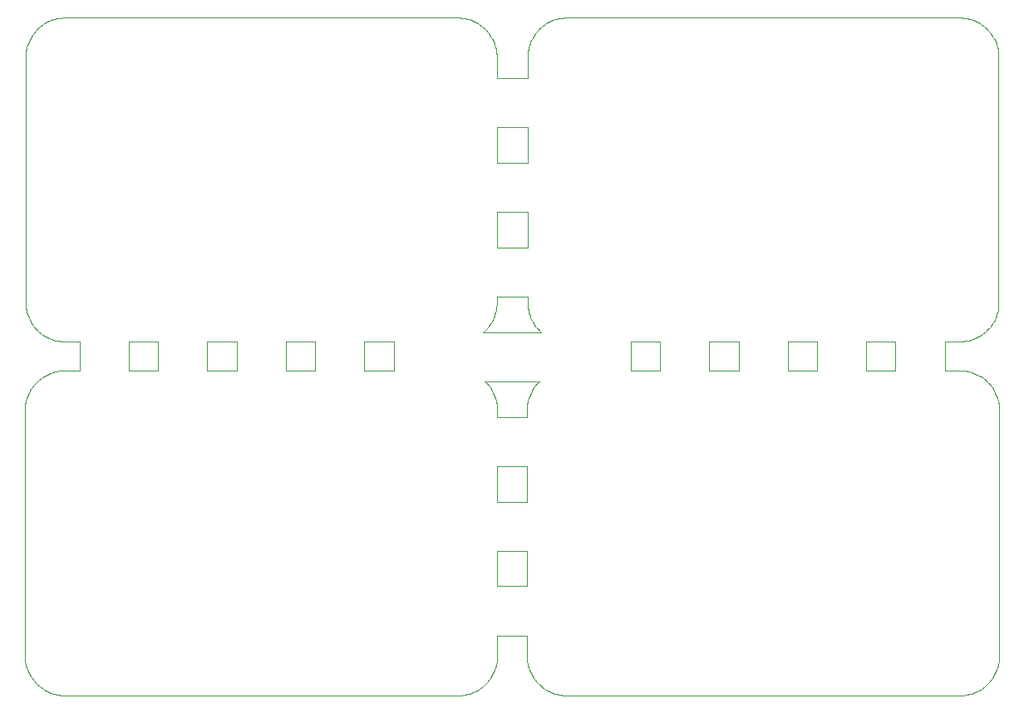
<source format=gbr>
%TF.GenerationSoftware,KiCad,Pcbnew,7.0.10*%
%TF.CreationDate,2024-03-02T22:01:54+01:00*%
%TF.ProjectId,explorer-panel_panelized,6578706c-6f72-4657-922d-70616e656c5f,rev?*%
%TF.SameCoordinates,Original*%
%TF.FileFunction,Profile,NP*%
%FSLAX46Y46*%
G04 Gerber Fmt 4.6, Leading zero omitted, Abs format (unit mm)*
G04 Created by KiCad (PCBNEW 7.0.10) date 2024-03-02 22:01:54*
%MOMM*%
%LPD*%
G01*
G04 APERTURE LIST*
%TA.AperFunction,Profile*%
%ADD10C,0.100000*%
%TD*%
G04 APERTURE END LIST*
D10*
X99008557Y-2802547D02*
X98943008Y-2610778D01*
X47655218Y-2238423D02*
X47561386Y-2058792D01*
X49628000Y-40665000D02*
X48128000Y-40665000D01*
X47009557Y-67799961D02*
X47147593Y-67647177D01*
X48128000Y-54298000D02*
X49628000Y-54298000D01*
X99003024Y-38588551D02*
X98926644Y-38397337D01*
X728417Y-37678365D02*
X615109Y-37850290D01*
X3861403Y-5133D02*
X3659326Y-20522D01*
X54989403Y-5133D02*
X54787326Y-20522D01*
X48064000Y-19766000D02*
X49628000Y-19766000D01*
X99008557Y-30197452D02*
X99064308Y-30002610D01*
X53402238Y-68648677D02*
X53589337Y-68734644D01*
X99171477Y-3595326D02*
X99145873Y-3394288D01*
X96981761Y-68648677D02*
X97164267Y-68553344D01*
X99069621Y-38783388D02*
X99003024Y-38588551D01*
X1458510Y-32035032D02*
X1615576Y-32163102D01*
X850287Y-37512401D02*
X728417Y-37678365D01*
X29564000Y-35936000D02*
X26564000Y-35936000D01*
X186378Y-38783388D02*
X129734Y-38981348D01*
X44269838Y-69058783D02*
X44475148Y-69043148D01*
X13564000Y-33000000D02*
X13564000Y-35936000D01*
X95397838Y-69058783D02*
X95603148Y-69043148D01*
X97307856Y-605422D02*
X97133207Y-502613D01*
X99069621Y-66216611D02*
X99126265Y-66018651D01*
X47875024Y-38588551D02*
X47798644Y-38397337D01*
X99186866Y-3797403D02*
X99171477Y-3595326D01*
X4064000Y-35936000D02*
X3858161Y-35941216D01*
X45666662Y-68734644D02*
X45853761Y-68648677D01*
X1742365Y-36664417D02*
X1576401Y-36786287D01*
X53430423Y-408781D02*
X53250792Y-502613D01*
X99110119Y-3194805D02*
X99064308Y-2997389D01*
X49628000Y-62931000D02*
X51128000Y-62931000D01*
X48044809Y-39181922D02*
X47998265Y-38981348D01*
X48128000Y-40665000D02*
X48128000Y-40000000D01*
X3458288Y-32953873D02*
X3659326Y-32979477D01*
X51197133Y-3797403D02*
X51192000Y-4000000D01*
X52436132Y-31899171D02*
X52583154Y-32032000D01*
X52246442Y-67799961D02*
X52392038Y-67945557D01*
X3258805Y-32918119D02*
X3458288Y-32953873D01*
X99235148Y-65411148D02*
X99250783Y-65205838D01*
X98137557Y-37200038D02*
X97991961Y-37054442D01*
X5216Y-39794161D02*
X0Y-40000000D01*
X669422Y-1884143D02*
X566613Y-2058792D01*
X46672844Y-32032000D02*
X46672844Y-32032000D01*
X53250792Y-502613D02*
X53076143Y-605422D01*
X900897Y-31448423D02*
X1028967Y-31605489D01*
X129734Y-38981348D02*
X83190Y-39181922D01*
X98275593Y-67647177D02*
X98405712Y-67487598D01*
X98475053Y-1714927D02*
X98355102Y-1551576D01*
X1615576Y-836897D02*
X1458510Y-964967D01*
X52292828Y-31755867D02*
X52436132Y-31899171D01*
X99064308Y-30002610D02*
X99110119Y-29805194D01*
X46213709Y-68448890D02*
X46385634Y-68335582D01*
X98867831Y-2422576D02*
X98783218Y-2238423D01*
X96389452Y-32816557D02*
X96581221Y-32751008D01*
X2274238Y-68648677D02*
X2461337Y-68734644D01*
X99172809Y-65818077D02*
X99209135Y-65615402D01*
X48064000Y-28399000D02*
X49628000Y-28399000D01*
X51128000Y-65000000D02*
X51133216Y-65205838D01*
X47227102Y-1551576D02*
X47099032Y-1394510D01*
X48128000Y-65000000D02*
X48128000Y-62931000D01*
X46385634Y-68335582D02*
X46551598Y-68213712D01*
X53042290Y-68448890D02*
X53219732Y-68553344D01*
X48044809Y-65818077D02*
X48081135Y-65615402D01*
X93692000Y-35936000D02*
X93692000Y-33000000D01*
X97947867Y-31899171D02*
X98091171Y-31755867D01*
X20851Y-39588851D02*
X5216Y-39794161D01*
X1948143Y-605422D02*
X1778927Y-716946D01*
X99126265Y-38981348D02*
X99069621Y-38783388D01*
X18564000Y-33000000D02*
X21564000Y-33000000D01*
X47815008Y-30389221D02*
X47880557Y-30197452D01*
X45453221Y-248991D02*
X45261452Y-183442D01*
X47227102Y-31448423D02*
X47347053Y-31285072D01*
X3458288Y-46126D02*
X3258805Y-81880D01*
X34564000Y-35936000D02*
X34564000Y-33000000D01*
X47347053Y-1714927D02*
X47227102Y-1551576D01*
X47739831Y-30577423D02*
X47815008Y-30389221D01*
X52416877Y-37032000D02*
X52392038Y-37054442D01*
X48128000Y-40665000D02*
X48128000Y-40665000D01*
X96953576Y-408781D02*
X96769423Y-324168D01*
X98091171Y-31755867D02*
X98227032Y-31605489D01*
X53614576Y-324168D02*
X53430423Y-408781D01*
X54586288Y-46126D02*
X54386805Y-81880D01*
X96769423Y-32675831D02*
X96953576Y-32591218D01*
X52436132Y-1100828D02*
X52292828Y-1244132D01*
X98689386Y-30941207D02*
X98783218Y-30761576D01*
X96794662Y-36265355D02*
X96603448Y-36188975D01*
X415322Y-38210238D02*
X329355Y-38397337D01*
X96194610Y-32872308D02*
X96389452Y-32816557D01*
X3652851Y-35956851D02*
X3448597Y-35982864D01*
X2302423Y-32591218D02*
X2486576Y-32675831D01*
X54373922Y-68980809D02*
X54576597Y-69017135D01*
X329355Y-66602662D02*
X415322Y-66789761D01*
X47099032Y-1394510D02*
X46963171Y-1244132D01*
X1118442Y-67799961D02*
X1264038Y-67945557D01*
X2274238Y-36351322D02*
X2091732Y-36446655D01*
X3045348Y-36065734D02*
X2847388Y-36122378D01*
X44468673Y-20522D02*
X44266596Y-5133D01*
X98745344Y-66972267D02*
X98840677Y-66789761D01*
X51128000Y-40000000D02*
X51128000Y-40665000D01*
X98640890Y-37850290D02*
X98527582Y-37678365D01*
X47617344Y-38027732D02*
X47512890Y-37850290D01*
X47399582Y-67321634D02*
X47512890Y-67149709D01*
X95603148Y-35956851D02*
X95397838Y-35941216D01*
X99110119Y-29805194D02*
X99145873Y-29605711D01*
X2461337Y-68734644D02*
X2652551Y-68811024D01*
X29564000Y-33000000D02*
X29564000Y-35936000D01*
X110126Y-29605711D02*
X145880Y-29805194D01*
X61692000Y-35936000D02*
X61692000Y-33000000D01*
X98586577Y-1884143D02*
X98475053Y-1714927D01*
X2122792Y-32497386D02*
X2302423Y-32591218D01*
X3045348Y-68934265D02*
X3245922Y-68980809D01*
X97679598Y-36786287D02*
X97513634Y-36664417D01*
X99145873Y-3394288D02*
X99110119Y-3194805D01*
X85692000Y-35936000D02*
X85692000Y-33000000D01*
X51457355Y-66602662D02*
X51543322Y-66789761D01*
X669422Y-31115856D02*
X780946Y-31285072D01*
X95394596Y-32994866D02*
X95596673Y-32979477D01*
X51211190Y-65818077D02*
X51257734Y-66018651D01*
X47712677Y-38210238D02*
X47617344Y-38027732D01*
X51638655Y-38027732D02*
X51543322Y-38210238D01*
X47277712Y-67487598D02*
X47399582Y-67321634D01*
X52108406Y-67647177D02*
X52246442Y-67799961D01*
X3061389Y-32872308D02*
X3258805Y-32918119D01*
X51743109Y-67149709D02*
X51856417Y-67321634D01*
X97797489Y-32035032D02*
X97947867Y-31899171D01*
X51375442Y-30197452D02*
X51440991Y-30389221D01*
X95596673Y-20522D02*
X95394596Y-5133D01*
X145880Y-3194805D02*
X110126Y-3394288D01*
X388168Y-30577423D02*
X472781Y-30761576D01*
X47561386Y-2058792D02*
X47458577Y-1884143D01*
X54576597Y-69017135D02*
X54780851Y-69043148D01*
X46711177Y-68083593D02*
X46863961Y-67945557D01*
X44475148Y-69043148D02*
X44679402Y-69017135D01*
X52028897Y-1551576D02*
X51908946Y-1714927D01*
X97164267Y-36446655D02*
X96981761Y-36351322D01*
X4064000Y-33000000D02*
X5564000Y-33000000D01*
X48128000Y-62931000D02*
X49628000Y-62931000D01*
X1742365Y-68335582D02*
X1914290Y-68448890D01*
X29564000Y-33000000D02*
X29564000Y-33000000D01*
X45641423Y-324168D02*
X45453221Y-248991D01*
X47655218Y-30761576D02*
X47739831Y-30577423D01*
X80692000Y-35936000D02*
X77692000Y-35936000D01*
X51856417Y-67321634D02*
X51978287Y-67487598D01*
X96210651Y-68934265D02*
X96408611Y-68877621D01*
X72692000Y-33000000D02*
X72692000Y-35936000D01*
X48043477Y-3595326D02*
X48017873Y-3394288D01*
X45853761Y-68648677D02*
X46036267Y-68553344D01*
X51273880Y-3194805D02*
X51238126Y-3394288D01*
X98405712Y-37512401D02*
X98275593Y-37352822D01*
X47739831Y-2422576D02*
X47655218Y-2238423D01*
X3448597Y-69017135D02*
X3652851Y-69043148D01*
X95997194Y-81880D02*
X95797711Y-46126D01*
X98586577Y-31115856D02*
X98689386Y-30941207D01*
X1778927Y-32283053D02*
X1948143Y-32394577D01*
X47880557Y-30197452D02*
X47936308Y-30002610D01*
X51212522Y-3595326D02*
X51197133Y-3797403D01*
X191691Y-30002610D02*
X247442Y-30197452D01*
X0Y-65000000D02*
X5216Y-65205838D01*
X49628000Y-19766000D02*
X51192000Y-19766000D01*
X98783218Y-2238423D02*
X98689386Y-2058792D01*
X51192000Y-29000000D02*
X51197133Y-29202596D01*
X37564000Y-33000000D02*
X37564000Y-33000000D01*
X64000Y-29000000D02*
X69133Y-29202596D01*
X46863961Y-67945557D02*
X47009557Y-67799961D01*
X47982119Y-29805194D02*
X48017873Y-29605711D01*
X51128000Y-49298000D02*
X49628000Y-49298000D01*
X21564000Y-33000000D02*
X21564000Y-35936000D01*
X51257734Y-38981348D02*
X51211190Y-39181922D01*
X61692000Y-33000000D02*
X64692000Y-33000000D01*
X97839177Y-68083593D02*
X97991961Y-67945557D01*
X96210651Y-36065734D02*
X96010077Y-36019190D01*
X51273880Y-29805194D02*
X51319691Y-30002610D01*
X96010077Y-68980809D02*
X96210651Y-68934265D01*
X96603448Y-68811024D02*
X96794662Y-68734644D01*
X566613Y-2058792D02*
X472781Y-2238423D01*
X85692000Y-33000000D02*
X88692000Y-33000000D01*
X48128000Y-49298000D02*
X48128000Y-49298000D01*
X51192000Y-11133000D02*
X51192000Y-14766000D01*
X97133207Y-502613D02*
X96953576Y-408781D01*
X64692000Y-35936000D02*
X61692000Y-35936000D01*
X48064000Y-23399000D02*
X48064000Y-23399000D01*
X46819867Y-1100828D02*
X46669489Y-964967D01*
X52392038Y-37054442D02*
X52246442Y-37200038D01*
X84522Y-29404673D02*
X110126Y-29605711D01*
X48064000Y-23399000D02*
X48064000Y-19766000D01*
X47347053Y-31285072D02*
X47458577Y-31115856D01*
X48064000Y-29000000D02*
X48064000Y-28399000D01*
X51440991Y-2610778D02*
X51375442Y-2802547D01*
X88692000Y-35936000D02*
X85692000Y-35936000D01*
X1778927Y-716946D02*
X1615576Y-836897D01*
X46551598Y-68213712D02*
X46711177Y-68083593D01*
X615109Y-37850290D02*
X510655Y-38027732D01*
X4064000Y-69064000D02*
X44064000Y-69064000D01*
X3448597Y-35982864D02*
X3245922Y-36019190D01*
X54189389Y-127691D02*
X53994547Y-183442D01*
X47875024Y-66411448D02*
X47941621Y-66216611D01*
X52156967Y-31605489D02*
X52292828Y-31755867D01*
X44266596Y-5133D02*
X44064000Y0D01*
X51600781Y-2238423D02*
X51516168Y-2422576D01*
X51797422Y-31115856D02*
X51908946Y-31285072D01*
X47561386Y-30941207D02*
X47655218Y-30761576D01*
X3258805Y-81880D02*
X3061389Y-127691D01*
X47147593Y-37352822D02*
X47009557Y-37200038D01*
X69692000Y-35936000D02*
X69692000Y-33000000D01*
X45082651Y-68934265D02*
X45280611Y-68877621D01*
X51128000Y-62931000D02*
X51128000Y-65000000D01*
X53975388Y-68877621D02*
X54173348Y-68934265D01*
X110126Y-3394288D02*
X84522Y-3595326D01*
X95192000Y-69064000D02*
X95397838Y-69058783D01*
X47617344Y-66972267D02*
X47712677Y-66789761D01*
X1308132Y-31899171D02*
X1458510Y-32035032D01*
X95192000Y-35936000D02*
X93692000Y-35936000D01*
X48128000Y-45665000D02*
X49628000Y-45665000D01*
X2847388Y-68877621D02*
X3045348Y-68934265D01*
X1576401Y-36786287D02*
X1416822Y-36916406D01*
X51978287Y-37512401D02*
X51856417Y-37678365D01*
X51128000Y-57931000D02*
X49628000Y-57931000D01*
X49628000Y-57931000D02*
X48128000Y-57931000D01*
X98745344Y-38027732D02*
X98640890Y-37850290D01*
X99186866Y-29202596D02*
X99192000Y-29000000D01*
X52156967Y-1394510D02*
X52028897Y-1551576D01*
X97164267Y-68553344D02*
X97341709Y-68448890D01*
X52906927Y-716946D02*
X52743576Y-836897D01*
X97640423Y-836897D02*
X97477072Y-716946D01*
X3061389Y-127691D02*
X2866547Y-183442D01*
X64000Y-4000000D02*
X64000Y-29000000D01*
X51380975Y-38588551D02*
X51314378Y-38783388D01*
X99209135Y-65615402D02*
X99235148Y-65411148D01*
X129734Y-66018651D02*
X186378Y-66216611D01*
X37564000Y-33000000D02*
X37564000Y-35936000D01*
X98840677Y-66789761D02*
X98926644Y-66602662D01*
X37564000Y-35936000D02*
X34564000Y-35936000D01*
X83190Y-65818077D02*
X129734Y-66018651D01*
X51128000Y-54298000D02*
X51128000Y-57931000D01*
X472781Y-2238423D02*
X388168Y-2422576D01*
X98943008Y-2610778D02*
X98867831Y-2422576D01*
X46669489Y-964967D02*
X46512423Y-836897D01*
X96389452Y-183442D02*
X96194610Y-127691D01*
X1028967Y-31605489D02*
X1164828Y-31755867D01*
X51457355Y-38397337D02*
X51380975Y-38588551D01*
X47277712Y-37512401D02*
X47147593Y-37352822D01*
X1948143Y-32394577D02*
X2122792Y-32497386D01*
X48122783Y-39794161D02*
X48107148Y-39588851D01*
X51192000Y-6133000D02*
X49628000Y-6133000D01*
X98926644Y-38397337D02*
X98840677Y-38210238D01*
X47099032Y-31605489D02*
X47227102Y-31448423D01*
X4064000Y0D02*
X3861403Y-5133D01*
X2122792Y-502613D02*
X1948143Y-605422D01*
X48017873Y-29605711D02*
X48043477Y-29404673D01*
X95797711Y-32953873D02*
X95997194Y-32918119D01*
X10564000Y-33000000D02*
X10564000Y-33000000D01*
X96194610Y-127691D02*
X95997194Y-81880D01*
X96603448Y-36188975D02*
X96408611Y-36122378D01*
X252975Y-38588551D02*
X186378Y-38783388D01*
X95807402Y-69017135D02*
X96010077Y-68980809D01*
X2866547Y-32816557D02*
X3061389Y-32872308D01*
X97341709Y-68448890D02*
X97513634Y-68335582D01*
X96581221Y-248991D02*
X96389452Y-183442D01*
X47880557Y-2802547D02*
X47815008Y-2610778D01*
X472781Y-30761576D02*
X566613Y-30941207D01*
X728417Y-67321634D02*
X850287Y-67487598D01*
X88692000Y-33000000D02*
X88692000Y-35936000D01*
X46672844Y-32032000D02*
X46819867Y-31899171D01*
X51380975Y-66411448D02*
X51457355Y-66602662D01*
X51543322Y-38210238D02*
X51457355Y-38397337D01*
X1164828Y-1244132D02*
X1028967Y-1394510D01*
X51212522Y-29404673D02*
X51238126Y-29605711D01*
X46963171Y-1244132D02*
X46819867Y-1100828D01*
X1118442Y-37200038D02*
X980406Y-37352822D01*
X98689386Y-2058792D02*
X98586577Y-1884143D01*
X51694613Y-2058792D02*
X51600781Y-2238423D01*
X0Y-40000000D02*
X0Y-65000000D01*
X48081135Y-65615402D02*
X48107148Y-65411148D01*
X1914290Y-36551109D02*
X1742365Y-36664417D01*
X47458577Y-31115856D02*
X47561386Y-30941207D01*
X3245922Y-68980809D02*
X3448597Y-69017135D01*
X51516168Y-30577423D02*
X51600781Y-30761576D01*
X44869194Y-81880D02*
X44669711Y-46126D01*
X49628000Y-37032000D02*
X52416877Y-37032000D01*
X51128000Y-40665000D02*
X49628000Y-40665000D01*
X47512890Y-67149709D02*
X47617344Y-66972267D01*
X312991Y-2610778D02*
X247442Y-2802547D01*
X566613Y-30941207D02*
X669422Y-31115856D01*
X99256000Y-40000000D02*
X99250783Y-39794161D01*
X52743576Y-836897D02*
X52586510Y-964967D01*
X47009557Y-37200038D02*
X46863961Y-37054442D01*
X1416822Y-36916406D02*
X1264038Y-37054442D01*
X51148851Y-39588851D02*
X51133216Y-39794161D01*
X52028897Y-31448423D02*
X52156967Y-31605489D01*
X48128000Y-57931000D02*
X48128000Y-57931000D01*
X44669711Y-46126D02*
X44468673Y-20522D01*
X51238126Y-29605711D02*
X51273880Y-29805194D01*
X47982119Y-3194805D02*
X47936308Y-2997389D01*
X51319691Y-30002610D02*
X51375442Y-30197452D01*
X2486576Y-324168D02*
X2302423Y-408781D01*
X51238126Y-3394288D02*
X51212522Y-3595326D01*
X97991961Y-37054442D02*
X97839177Y-36916406D01*
X46863961Y-37054442D02*
X46839121Y-37032000D01*
X98783218Y-30761576D02*
X98867831Y-30577423D01*
X47512890Y-37850290D02*
X47399582Y-37678365D01*
X98527582Y-67321634D02*
X98640890Y-67149709D01*
X145880Y-29805194D02*
X191691Y-30002610D01*
X48107148Y-65411148D02*
X48122783Y-65205838D01*
X49628000Y-6133000D02*
X48064000Y-6133000D01*
X51797422Y-1884143D02*
X51694613Y-2058792D01*
X96408611Y-68877621D02*
X96603448Y-68811024D01*
X3652851Y-69043148D02*
X3858161Y-69058783D01*
X510655Y-38027732D02*
X415322Y-38210238D01*
X48128000Y-49298000D02*
X48128000Y-45665000D01*
X49628000Y-54298000D02*
X51128000Y-54298000D01*
X96953576Y-32591218D02*
X97133207Y-32497386D01*
X96581221Y-32751008D02*
X96769423Y-32675831D01*
X46036267Y-68553344D02*
X46213709Y-68448890D01*
X98227032Y-31605489D02*
X98355102Y-31448423D01*
X44064000Y-69064000D02*
X44269838Y-69058783D01*
X46512423Y-836897D02*
X46349072Y-716946D01*
X18564000Y-35936000D02*
X18564000Y-33000000D01*
X51908946Y-31285072D02*
X52028897Y-31448423D01*
X780946Y-31285072D02*
X900897Y-31448423D01*
X47712677Y-66789761D02*
X47798644Y-66602662D01*
X20851Y-65411148D02*
X46864Y-65615402D01*
X26564000Y-33000000D02*
X29564000Y-33000000D01*
X96769423Y-324168D02*
X96581221Y-248991D01*
X47998265Y-38981348D02*
X47941621Y-38783388D01*
X2652551Y-36188975D02*
X2461337Y-36265355D01*
X46349072Y-716946D02*
X46179856Y-605422D01*
X10564000Y-33000000D02*
X13564000Y-33000000D01*
X54173348Y-68934265D02*
X54373922Y-68980809D01*
X97513634Y-68335582D02*
X97679598Y-68213712D01*
X48122783Y-65205838D02*
X48128000Y-65000000D01*
X99192000Y-29000000D02*
X99192000Y-4000000D01*
X51192000Y-19766000D02*
X51192000Y-23399000D01*
X2461337Y-36265355D02*
X2274238Y-36351322D01*
X5564000Y-35936000D02*
X4064000Y-35936000D01*
X45280611Y-68877621D02*
X45475448Y-68811024D01*
X69692000Y-33000000D02*
X72692000Y-33000000D01*
X46179856Y-605422D02*
X46005207Y-502613D01*
X47399582Y-37678365D02*
X47277712Y-37512401D01*
X51192000Y-28399000D02*
X51192000Y-29000000D01*
X10564000Y-35936000D02*
X10564000Y-33000000D01*
X83190Y-39181922D02*
X46864Y-39384597D01*
X51128000Y-45665000D02*
X51128000Y-49298000D01*
X99250783Y-65205838D02*
X99256000Y-65000000D01*
X51133216Y-65205838D02*
X51148851Y-65411148D01*
X47941621Y-66216611D02*
X47998265Y-66018651D01*
X3858161Y-35941216D02*
X3652851Y-35956851D01*
X53994547Y-183442D02*
X53802778Y-248991D01*
X93692000Y-33000000D02*
X95192000Y-33000000D01*
X69133Y-3797403D02*
X64000Y-4000000D01*
X51314378Y-66216611D02*
X51380975Y-66411448D01*
X49628000Y-11133000D02*
X51192000Y-11133000D01*
X54780851Y-69043148D02*
X54986161Y-69058783D01*
X98405712Y-67487598D02*
X98527582Y-67321634D01*
X97679598Y-68213712D02*
X97839177Y-68083593D01*
X95797711Y-46126D02*
X95596673Y-20522D01*
X49628000Y-49298000D02*
X48128000Y-49298000D01*
X51211190Y-39181922D02*
X51174864Y-39384597D01*
X55192000Y0D02*
X54989403Y-5133D01*
X1576401Y-68213712D02*
X1742365Y-68335582D01*
X900897Y-1551576D02*
X780946Y-1714927D01*
X1028967Y-1394510D02*
X900897Y-1551576D01*
X3659326Y-20522D02*
X3458288Y-46126D01*
X48043477Y-29404673D02*
X48058866Y-29202596D01*
X55192000Y-69064000D02*
X95192000Y-69064000D01*
X247442Y-2802547D02*
X191691Y-2997389D01*
X96010077Y-36019190D02*
X95807402Y-35982864D01*
X98475053Y-31285072D02*
X98586577Y-31115856D01*
X45825576Y-408781D02*
X45641423Y-324168D01*
X98275593Y-37352822D02*
X98137557Y-37200038D01*
X44882077Y-68980809D02*
X45082651Y-68934265D01*
X51314378Y-38783388D02*
X51257734Y-38981348D01*
X97513634Y-36664417D02*
X97341709Y-36551109D01*
X48064000Y-6133000D02*
X48064000Y-6133000D01*
X46839121Y-37032000D02*
X49628000Y-37032000D01*
X1914290Y-68448890D02*
X2091732Y-68553344D01*
X47798644Y-66602662D02*
X47875024Y-66411448D01*
X51638655Y-66972267D02*
X51743109Y-67149709D01*
X98227032Y-1394510D02*
X98091171Y-1244132D01*
X48081135Y-39384597D02*
X48044809Y-39181922D01*
X48017873Y-3394288D02*
X47982119Y-3194805D01*
X97307856Y-32394577D02*
X97477072Y-32283053D01*
X51257734Y-66018651D02*
X51314378Y-66216611D01*
X97477072Y-32283053D02*
X97640423Y-32163102D01*
X47147593Y-67647177D02*
X47277712Y-67487598D01*
X88692000Y-33000000D02*
X88692000Y-33000000D01*
X52108406Y-37352822D02*
X51978287Y-37512401D01*
X95192000Y0D02*
X55192000Y0D01*
X615109Y-67149709D02*
X728417Y-67321634D01*
X95997194Y-32918119D02*
X96194610Y-32872308D01*
X97341709Y-36551109D02*
X97164267Y-36446655D01*
X95596673Y-32979477D02*
X95797711Y-32953873D01*
X98137557Y-67799961D02*
X98275593Y-67647177D01*
X97477072Y-716946D02*
X97307856Y-605422D01*
X51743109Y-37850290D02*
X51638655Y-38027732D01*
X64692000Y-33000000D02*
X64692000Y-35936000D01*
X99145873Y-29605711D02*
X99171477Y-29404673D01*
X46864Y-39384597D02*
X20851Y-39588851D01*
X95807402Y-35982864D02*
X95603148Y-35956851D01*
X48064000Y-6133000D02*
X48064000Y-4000000D01*
X95192000Y-33000000D02*
X95394596Y-32994866D01*
X80692000Y-33000000D02*
X80692000Y-35936000D01*
X2091732Y-36446655D02*
X1914290Y-36551109D01*
X51516168Y-2422576D02*
X51440991Y-2610778D01*
X97991961Y-67945557D02*
X98137557Y-67799961D01*
X49628000Y-28399000D02*
X51192000Y-28399000D01*
X99064308Y-2997389D02*
X99008557Y-2802547D01*
X51375442Y-2802547D02*
X51319691Y-2997389D01*
X77692000Y-33000000D02*
X80692000Y-33000000D01*
X980406Y-37352822D02*
X850287Y-37512401D01*
X46819867Y-31899171D02*
X46963171Y-31755867D01*
X54787326Y-20522D02*
X54586288Y-46126D01*
X98355102Y-1551576D02*
X98227032Y-1394510D01*
X99209135Y-39384597D02*
X99172809Y-39181922D01*
X47815008Y-2610778D02*
X47739831Y-2422576D01*
X77692000Y-35936000D02*
X77692000Y-33000000D01*
X34564000Y-33000000D02*
X37564000Y-33000000D01*
X186378Y-66216611D02*
X252975Y-66411448D01*
X51600781Y-30761576D02*
X51694613Y-30941207D01*
X51856417Y-37678365D02*
X51743109Y-37850290D01*
X46864Y-65615402D02*
X83190Y-65818077D01*
X51319691Y-2997389D02*
X51273880Y-3194805D01*
X95603148Y-69043148D02*
X95807402Y-69017135D01*
X61692000Y-33000000D02*
X61692000Y-33000000D01*
X3245922Y-36019190D02*
X3045348Y-36065734D01*
X96981761Y-36351322D02*
X96794662Y-36265355D01*
X51543322Y-66789761D02*
X51638655Y-66972267D01*
X510655Y-66972267D02*
X615109Y-67149709D01*
X980406Y-67647177D02*
X1118442Y-67799961D01*
X98091171Y-1244132D02*
X97947867Y-1100828D01*
X47941621Y-38783388D02*
X47875024Y-38588551D01*
X69133Y-29202596D02*
X84522Y-29404673D01*
X52246442Y-37200038D02*
X52108406Y-37352822D01*
X780946Y-1714927D02*
X669422Y-1884143D01*
X97947867Y-1100828D02*
X97797489Y-964967D01*
X51440991Y-30389221D02*
X51516168Y-30577423D01*
X3861403Y-32994866D02*
X4064000Y-33000000D01*
X312991Y-30389221D02*
X388168Y-30577423D01*
X1416822Y-68083593D02*
X1576401Y-68213712D01*
X51694613Y-30941207D02*
X51797422Y-31115856D01*
X49628000Y-45665000D02*
X51128000Y-45665000D01*
X72692000Y-35936000D02*
X72692000Y-35936000D01*
X99256000Y-65000000D02*
X99256000Y-40000000D01*
X51192000Y-14766000D02*
X49628000Y-14766000D01*
X2674778Y-248991D02*
X2486576Y-324168D01*
X1308132Y-1100828D02*
X1164828Y-1244132D01*
X96794662Y-68734644D02*
X96981761Y-68648677D01*
X49628000Y-23399000D02*
X48064000Y-23399000D01*
X99126265Y-66018651D02*
X99172809Y-65818077D01*
X2091732Y-68553344D02*
X2274238Y-68648677D01*
X84522Y-3595326D02*
X69133Y-3797403D01*
X52586510Y-964967D02*
X52436132Y-1100828D01*
X52704401Y-68213712D02*
X52870365Y-68335582D01*
X47936308Y-2997389D02*
X47880557Y-2802547D01*
X47998265Y-66018651D02*
X48044809Y-65818077D01*
X51192000Y-4000000D02*
X51192000Y-6133000D01*
X48064000Y-11133000D02*
X49628000Y-11133000D01*
X52392038Y-67945557D02*
X52544822Y-68083593D01*
X97839177Y-36916406D02*
X97679598Y-36786287D01*
X44064000Y0D02*
X4064000Y0D01*
X53076143Y-605422D02*
X52906927Y-716946D01*
X3659326Y-32979477D02*
X3861403Y-32994866D01*
X21564000Y-35936000D02*
X21564000Y-35936000D01*
X53802778Y-248991D02*
X53614576Y-324168D01*
X13564000Y-35936000D02*
X10564000Y-35936000D01*
X99172809Y-39181922D02*
X99126265Y-38981348D01*
X53589337Y-68734644D02*
X53780551Y-68811024D01*
X2652551Y-68811024D02*
X2847388Y-68877621D01*
X51908946Y-1714927D02*
X51797422Y-1884143D01*
X48058866Y-29202596D02*
X48064000Y-29000000D01*
X46963171Y-31755867D02*
X47099032Y-31605489D01*
X99171477Y-29404673D02*
X99186866Y-29202596D01*
X47458577Y-1884143D02*
X47347053Y-1714927D01*
X96408611Y-36122378D02*
X96210651Y-36065734D01*
X2674778Y-32751008D02*
X2866547Y-32816557D01*
X48064000Y-14766000D02*
X48064000Y-14766000D01*
X51133216Y-39794161D02*
X51128000Y-40000000D01*
X49628000Y-32032000D02*
X46672844Y-32032000D01*
X98527582Y-37678365D02*
X98405712Y-37512401D01*
X98640890Y-67149709D02*
X98745344Y-66972267D01*
X97133207Y-32497386D02*
X97307856Y-32394577D01*
X51978287Y-67487598D02*
X52108406Y-67647177D01*
X329355Y-38397337D02*
X252975Y-38588551D01*
X95394596Y-5133D02*
X95192000Y0D01*
X850287Y-67487598D02*
X980406Y-67647177D01*
X51197133Y-29202596D02*
X51212522Y-29404673D01*
X5564000Y-33000000D02*
X5564000Y-35936000D01*
X48064000Y-4000000D02*
X48058866Y-3797403D01*
X47936308Y-30002610D02*
X47982119Y-29805194D01*
X98943008Y-30389221D02*
X99008557Y-30197452D01*
X53219732Y-68553344D02*
X53402238Y-68648677D01*
X48064000Y-14766000D02*
X48064000Y-11133000D01*
X51174864Y-39384597D02*
X51148851Y-39588851D01*
X98926644Y-66602662D02*
X99003024Y-66411448D01*
X2302423Y-408781D02*
X2122792Y-502613D01*
X95397838Y-35941216D02*
X95192000Y-35936000D01*
X52292828Y-1244132D02*
X52156967Y-1394510D01*
X98355102Y-31448423D02*
X98475053Y-31285072D01*
X5216Y-65205838D02*
X20851Y-65411148D01*
X97797489Y-964967D02*
X97640423Y-836897D01*
X97640423Y-32163102D02*
X97797489Y-32035032D01*
X1264038Y-67945557D02*
X1416822Y-68083593D01*
X54986161Y-69058783D02*
X55192000Y-69064000D01*
X1458510Y-964967D02*
X1308132Y-1100828D01*
X48058866Y-3797403D02*
X48043477Y-3595326D01*
X1264038Y-37054442D02*
X1118442Y-37200038D01*
X388168Y-2422576D02*
X312991Y-2610778D01*
X252975Y-66411448D02*
X329355Y-66602662D01*
X51174864Y-65615402D02*
X51211190Y-65818077D01*
X44679402Y-69017135D02*
X44882077Y-68980809D01*
X26564000Y-35936000D02*
X26564000Y-33000000D01*
X52583154Y-32032000D02*
X49628000Y-32032000D01*
X52870365Y-68335582D02*
X53042290Y-68448890D01*
X54386805Y-81880D02*
X54189389Y-127691D01*
X2486576Y-32675831D02*
X2674778Y-32751008D01*
X45475448Y-68811024D02*
X45666662Y-68734644D01*
X46005207Y-502613D02*
X45825576Y-408781D01*
X51148851Y-65411148D02*
X51174864Y-65615402D01*
X3858161Y-69058783D02*
X4064000Y-69064000D01*
X51192000Y-23399000D02*
X49628000Y-23399000D01*
X47798644Y-38397337D02*
X47712677Y-38210238D01*
X99235148Y-39588851D02*
X99209135Y-39384597D01*
X45261452Y-183442D02*
X45066610Y-127691D01*
X52544822Y-68083593D02*
X52704401Y-68213712D01*
X99250783Y-39794161D02*
X99235148Y-39588851D01*
X1615576Y-32163102D02*
X1778927Y-32283053D01*
X48128000Y-40000000D02*
X48122783Y-39794161D01*
X49628000Y-14766000D02*
X48064000Y-14766000D01*
X53780551Y-68811024D02*
X53975388Y-68877621D01*
X2866547Y-183442D02*
X2674778Y-248991D01*
X191691Y-2997389D02*
X145880Y-3194805D01*
X99192000Y-4000000D02*
X99186866Y-3797403D01*
X247442Y-30197452D02*
X312991Y-30389221D01*
X45066610Y-127691D02*
X44869194Y-81880D01*
X80692000Y-33000000D02*
X80692000Y-33000000D01*
X72692000Y-35936000D02*
X69692000Y-35936000D01*
X21564000Y-35936000D02*
X18564000Y-35936000D01*
X2847388Y-36122378D02*
X2652551Y-36188975D01*
X48128000Y-57931000D02*
X48128000Y-54298000D01*
X1164828Y-31755867D02*
X1308132Y-31899171D01*
X98867831Y-30577423D02*
X98943008Y-30389221D01*
X415322Y-66789761D02*
X510655Y-66972267D01*
X99003024Y-66411448D02*
X99069621Y-66216611D01*
X48107148Y-39588851D02*
X48081135Y-39384597D01*
X98840677Y-38210238D02*
X98745344Y-38027732D01*
M02*

</source>
